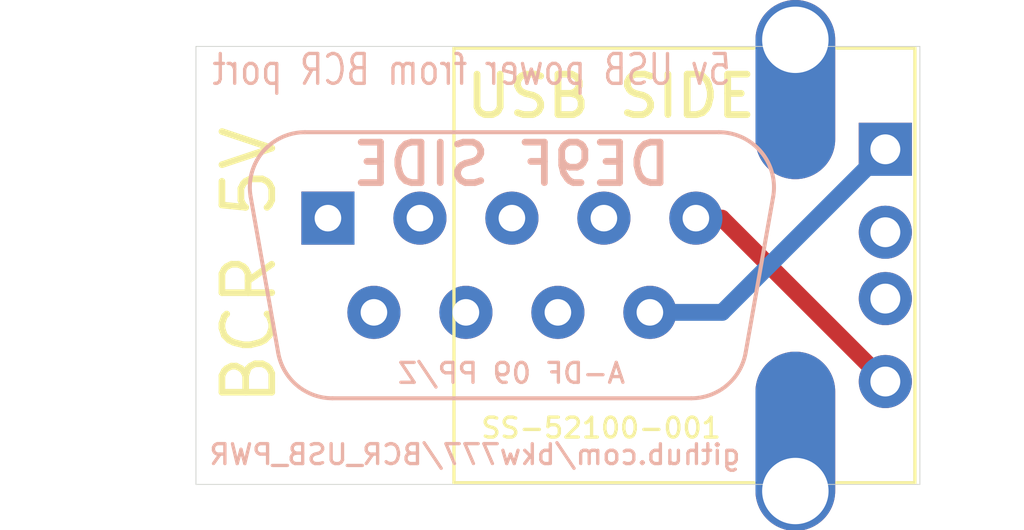
<source format=kicad_pcb>
(kicad_pcb (version 20171130) (host pcbnew 5.1.5-52549c5~84~ubuntu19.04.1)

  (general
    (thickness 1.6)
    (drawings 17)
    (tracks 4)
    (zones 0)
    (modules 2)
    (nets 4)
  )

  (page A4)
  (layers
    (0 F.Cu signal)
    (31 B.Cu signal)
    (32 B.Adhes user)
    (33 F.Adhes user)
    (34 B.Paste user)
    (35 F.Paste user)
    (36 B.SilkS user)
    (37 F.SilkS user)
    (38 B.Mask user)
    (39 F.Mask user)
    (40 Dwgs.User user hide)
    (41 Cmts.User user hide)
    (42 Eco1.User user hide)
    (43 Eco2.User user hide)
    (44 Edge.Cuts user)
    (45 Margin user hide)
    (46 B.CrtYd user hide)
    (47 F.CrtYd user hide)
    (48 B.Fab user hide)
    (49 F.Fab user hide)
  )

  (setup
    (last_trace_width 0.25)
    (user_trace_width 0.508)
    (trace_clearance 0.2)
    (zone_clearance 0.508)
    (zone_45_only no)
    (trace_min 0.2)
    (via_size 0.8)
    (via_drill 0.4)
    (via_min_size 0.4)
    (via_min_drill 0.3)
    (user_via 0.508 0.3048)
    (uvia_size 0.3)
    (uvia_drill 0.1)
    (uvias_allowed no)
    (uvia_min_size 0.2)
    (uvia_min_drill 0.1)
    (edge_width 0.05)
    (segment_width 0.2)
    (pcb_text_width 0.3)
    (pcb_text_size 1.5 1.5)
    (mod_edge_width 0.1016)
    (mod_text_size 1 1)
    (mod_text_width 0.15)
    (pad_size 1.524 1.524)
    (pad_drill 0.762)
    (pad_to_mask_clearance 0)
    (aux_axis_origin 0 0)
    (grid_origin 127 95.758)
    (visible_elements FFFFFF7F)
    (pcbplotparams
      (layerselection 0x010fc_ffffffff)
      (usegerberextensions false)
      (usegerberattributes false)
      (usegerberadvancedattributes false)
      (creategerberjobfile false)
      (excludeedgelayer true)
      (linewidth 0.100000)
      (plotframeref false)
      (viasonmask false)
      (mode 1)
      (useauxorigin false)
      (hpglpennumber 1)
      (hpglpenspeed 20)
      (hpglpendiameter 15.000000)
      (psnegative false)
      (psa4output false)
      (plotreference true)
      (plotvalue true)
      (plotinvisibletext false)
      (padsonsilk false)
      (subtractmaskfromsilk false)
      (outputformat 1)
      (mirror false)
      (drillshape 1)
      (scaleselection 1)
      (outputdirectory ""))
  )

  (net 0 "")
  (net 1 /+5V)
  (net 2 /GND)
  (net 3 "Net-(CN2-PadSH)")

  (net_class Default "This is the default net class."
    (clearance 0.2)
    (trace_width 0.25)
    (via_dia 0.8)
    (via_drill 0.4)
    (uvia_dia 0.3)
    (uvia_drill 0.1)
    (add_net /+5V)
    (add_net /GND)
    (add_net "Net-(CN2-PadSH)")
  )

  (module 0_LOCAL:USB_A_Female_UE27AC54100_cut (layer F.Cu) (tedit 5F100B70) (tstamp 5F0C1E7E)
    (at 135.55 95.758 270)
    (path /5F0C3585)
    (fp_text reference CN2 (at 0 -0.889 270 unlocked) (layer F.SilkS) hide
      (effects (font (size 1 1) (thickness 0.15)))
    )
    (fp_text value UE27AC54100 (at 0 11.35 270) (layer F.Fab)
      (effects (font (size 1 1) (thickness 0.15)))
    )
    (fp_line (start -6.55 -3.6) (end 6.55 -3.6) (layer F.SilkS) (width 0.1))
    (fp_line (start 6.55 1.25) (end 6.55 10.28) (layer F.SilkS) (width 0.1))
    (fp_line (start -6.55 1.25) (end -6.55 10.28) (layer F.SilkS) (width 0.1))
    (fp_line (start -6.55 -3.6) (end -6.55 -1.25) (layer F.SilkS) (width 0.1))
    (fp_line (start -6.55 -3.6) (end 6.55 -3.6) (layer F.Fab) (width 0.1))
    (fp_line (start 6.55 -3.6) (end 6.55 10.28) (layer F.Fab) (width 0.1))
    (fp_line (start -6.55 -3.6) (end -6.55 10.28) (layer F.Fab) (width 0.1))
    (fp_line (start -6.55 10.28) (end 6.55 10.28) (layer F.Fab) (width 0.1))
    (fp_line (start 6.55 -3.6) (end 6.55 -1.25) (layer F.SilkS) (width 0.1))
    (fp_line (start 6.55 10.28) (end -6.55 10.28) (layer F.SilkS) (width 0.1))
    (fp_line (start -6.75 -3.94) (end 6.75 -3.94) (layer F.CrtYd) (width 0.05))
    (fp_line (start 6.75 -3.94) (end 6.75 10.375) (layer F.CrtYd) (width 0.05))
    (fp_line (start -6.75 -3.94) (end -6.75 10.375) (layer F.CrtYd) (width 0.05))
    (fp_line (start -6.75 10.375) (end 6.75 10.375) (layer F.CrtYd) (width 0.05))
    (fp_text user %R (at -0.025 0.975 270) (layer F.Fab)
      (effects (font (size 1 1) (thickness 0.15)))
    )
    (pad 4 thru_hole circle (at 3.5 -2.71 270) (size 1.6 1.6) (drill 0.9) (layers *.Cu *.Mask)
      (net 2 /GND))
    (pad 3 thru_hole circle (at 1 -2.71 270) (size 1.6 1.6) (drill 0.9) (layers *.Cu *.Mask))
    (pad 2 thru_hole circle (at -1 -2.71 270) (size 1.6 1.6) (drill 0.9) (layers *.Cu *.Mask))
    (pad 1 thru_hole rect (at -3.5 -2.71 270) (size 1.6 1.6) (drill 0.9) (layers *.Cu *.Mask)
      (net 1 /+5V))
    (pad SH thru_hole oval (at 6.8 0 270) (size 5.4 2.4) (drill 2 (offset -1.5 0)) (layers *.Cu *.Mask)
      (net 3 "Net-(CN2-PadSH)"))
    (pad SH thru_hole oval (at -6.8 0 270) (size 5.4 2.4) (drill 2 (offset 1.5 0)) (layers *.Cu *.Mask)
      (net 3 "Net-(CN2-PadSH)"))
    (model ${KIPRJMOD}/3dmodels/USB-A_female_horiz_thru.step
      (offset (xyz 0 3.5 6.9))
      (scale (xyz 1 1 1))
      (rotate (xyz 0 0 0))
    )
  )

  (module 0_LOCAL:DSUB-9_Female_Vertical_metal (layer B.Cu) (tedit 5F0FFDBF) (tstamp 5F10118B)
    (at 121.475 94.333 180)
    (descr "9-pin D-Sub connector, straight/vertical, THT-mount, female, pitch 2.77x2.84mm, distance of mounting holes 25mm, see https://disti-assets.s3.amazonaws.com/tonar/files/datasheets/16730.pdf")
    (tags "9-pin D-Sub connector straight vertical THT female pitch 2.77x2.84mm mounting holes distance 25mm")
    (path /5F0C8236)
    (fp_text reference CN1 (at -5.5372 1.7018) (layer B.SilkS) hide
      (effects (font (size 1 1) (thickness 0.15)) (justify mirror))
    )
    (fp_text value DB9_Female (at -5.54 -8.73) (layer B.Fab)
      (effects (font (size 1 1) (thickness 0.15)) (justify mirror))
    )
    (fp_line (start 4.05 -6.775) (end -15.15 -6.775) (layer Dwgs.User) (width 0.12))
    (fp_line (start 4.05 3.925) (end 4.05 -6.775) (layer Dwgs.User) (width 0.12))
    (fp_line (start -15.15 3.925) (end 4.05 3.925) (layer Dwgs.User) (width 0.12))
    (fp_line (start -15.15 -6.775) (end -15.15 3.925) (layer Dwgs.User) (width 0.12))
    (fp_text user %R (at -5.54 -1.42) (layer B.Fab)
      (effects (font (size 1 1) (thickness 0.15)) (justify mirror))
    )
    (fp_line (start 9.85 4.35) (end -20.95 4.35) (layer B.CrtYd) (width 0.05))
    (fp_line (start 9.85 -7.19) (end 9.85 4.35) (layer B.CrtYd) (width 0.05))
    (fp_line (start -20.95 -7.19) (end 9.85 -7.19) (layer B.CrtYd) (width 0.05))
    (fp_line (start -20.95 4.35) (end -20.95 -7.19) (layer B.CrtYd) (width 0.05))
    (fp_line (start -13.40647 0.641744) (end -12.577733 -4.058256) (layer B.SilkS) (width 0.12))
    (fp_line (start 2.32647 0.641744) (end 1.497733 -4.058256) (layer B.SilkS) (width 0.12))
    (fp_line (start -10.942952 -5.43) (end -0.137048 -5.43) (layer B.SilkS) (width 0.12))
    (fp_line (start -11.771689 2.59) (end 0.691689 2.59) (layer B.SilkS) (width 0.12))
    (fp_line (start -13.358887 0.652163) (end -12.53015 -4.047837) (layer B.Fab) (width 0.1))
    (fp_line (start 2.278887 0.652163) (end 1.45015 -4.047837) (layer B.Fab) (width 0.1))
    (fp_line (start -10.954457 -5.37) (end -0.125543 -5.37) (layer B.Fab) (width 0.1))
    (fp_line (start -11.783194 2.53) (end 0.703194 2.53) (layer B.Fab) (width 0.1))
    (fp_arc (start -0.137048 -3.77) (end -0.137048 -5.43) (angle 80) (layer B.SilkS) (width 0.12))
    (fp_arc (start -10.942952 -3.77) (end -10.942952 -5.43) (angle -80) (layer B.SilkS) (width 0.12))
    (fp_arc (start 0.691689 0.93) (end 0.691689 2.59) (angle -100) (layer B.SilkS) (width 0.12))
    (fp_arc (start -11.771689 0.93) (end -11.771689 2.59) (angle 100) (layer B.SilkS) (width 0.12))
    (fp_arc (start -0.125543 -3.77) (end -0.125543 -5.37) (angle 80) (layer B.Fab) (width 0.1))
    (fp_arc (start -10.954457 -3.77) (end -10.954457 -5.37) (angle -80) (layer B.Fab) (width 0.1))
    (fp_arc (start 0.703194 0.93) (end 0.703194 2.53) (angle -100) (layer B.Fab) (width 0.1))
    (fp_arc (start -11.783194 0.93) (end -11.783194 2.53) (angle 100) (layer B.Fab) (width 0.1))
    (fp_line (start -5.54 -0.82) (end -5.54 -2.02) (layer Dwgs.User) (width 0.01))
    (fp_line (start -6.54 -1.42) (end -4.54 -1.42) (layer Dwgs.User) (width 0.01))
    (pad 9 thru_hole circle (at -9.695 -2.84 180) (size 1.6 1.6) (drill 0.8) (layers *.Cu *.Mask)
      (net 1 /+5V))
    (pad 8 thru_hole circle (at -6.925 -2.84 180) (size 1.6 1.6) (drill 0.8) (layers *.Cu *.Mask))
    (pad 7 thru_hole circle (at -4.155 -2.84 180) (size 1.6 1.6) (drill 0.8) (layers *.Cu *.Mask))
    (pad 6 thru_hole circle (at -1.385 -2.84 180) (size 1.6 1.6) (drill 0.8) (layers *.Cu *.Mask))
    (pad 5 thru_hole circle (at -11.08 0 180) (size 1.6 1.6) (drill 0.8) (layers *.Cu *.Mask)
      (net 2 /GND))
    (pad 4 thru_hole circle (at -8.31 0 180) (size 1.6 1.6) (drill 0.8) (layers *.Cu *.Mask))
    (pad 3 thru_hole circle (at -5.54 0 180) (size 1.6 1.6) (drill 0.8) (layers *.Cu *.Mask))
    (pad 2 thru_hole circle (at -2.77 0 180) (size 1.6 1.6) (drill 0.8) (layers *.Cu *.Mask))
    (pad 1 thru_hole rect (at 0 0 180) (size 1.6 1.6) (drill 0.8) (layers *.Cu *.Mask))
    (model ${KIPRJMOD}/3dmodels/DE9F_metal.step
      (offset (xyz -5.528 -1.42 6.35))
      (scale (xyz 1 1 1))
      (rotate (xyz 0 0 0))
    )
  )

  (gr_line (start 136.6 90.408) (end 136.6 101.108) (layer Dwgs.User) (width 0.15) (tstamp 5F0FEDB0))
  (gr_line (start 117.4 90.408) (end 136.6 90.408) (layer Dwgs.User) (width 0.15))
  (gr_line (start 117.4 101.108) (end 117.4 90.408) (layer Dwgs.User) (width 0.15))
  (gr_line (start 117.4 101.108) (end 136.6 101.108) (layer Dwgs.User) (width 0.15))
  (gr_text "A-DF 09 PP/Z" (at 127 99.008) (layer B.SilkS) (tstamp 5F0FB6BF)
    (effects (font (size 0.6 0.6) (thickness 0.1)) (justify mirror))
  )
  (gr_text SS-52100-001 (at 129.7 100.658) (layer F.SilkS) (tstamp 5F0FB5FB)
    (effects (font (size 0.6 0.6) (thickness 0.1)))
  )
  (gr_text github.com/bkw777/BCR_USB_PWR (at 125.9 101.458) (layer B.SilkS) (tstamp 5F0FA981)
    (effects (font (size 0.6 0.6) (thickness 0.1)) (justify mirror))
  )
  (gr_text "5v USB power from BCR port" (at 125.8 89.858) (layer B.SilkS)
    (effects (font (size 0.9 0.7) (thickness 0.1)) (justify mirror))
  )
  (gr_line (start 114.3 87.376) (end 139.7 104.14) (layer Dwgs.User) (width 0.0254))
  (gr_line (start 114.3 104.14) (end 139.7 87.376) (layer Dwgs.User) (width 0.0254))
  (gr_text "BCR 5V" (at 119.1 95.758 90) (layer F.SilkS)
    (effects (font (size 1.5 1.5) (thickness 0.2)))
  )
  (gr_text "DE9F SIDE" (at 127.00508 92.708) (layer B.SilkS)
    (effects (font (size 1.2192 1.2192) (thickness 0.2032)) (justify mirror))
  )
  (gr_text "USB SIDE" (at 130 90.658) (layer F.SilkS)
    (effects (font (size 1.2192 1.2192) (thickness 0.2032)))
  )
  (gr_line (start 117.5 89.158) (end 117.5 102.358) (layer Edge.Cuts) (width 0.0254))
  (gr_line (start 139.3 89.158) (end 117.5 89.158) (layer Edge.Cuts) (width 0.0254))
  (gr_line (start 139.3 102.358) (end 139.3 89.158) (layer Edge.Cuts) (width 0.0254) (tstamp 5F0FF7D7))
  (gr_line (start 117.5 102.358) (end 139.3 102.358) (layer Edge.Cuts) (width 0.0254))

  (segment (start 133.345 97.173) (end 131.17 97.173) (width 0.508) (layer B.Cu) (net 1))
  (segment (start 138.26 92.258) (end 133.345 97.173) (width 0.508) (layer B.Cu) (net 1))
  (segment (start 133.335 94.333) (end 132.555 94.333) (width 0.508) (layer F.Cu) (net 2))
  (segment (start 138.26 99.258) (end 133.335 94.333) (width 0.508) (layer F.Cu) (net 2))

)

</source>
